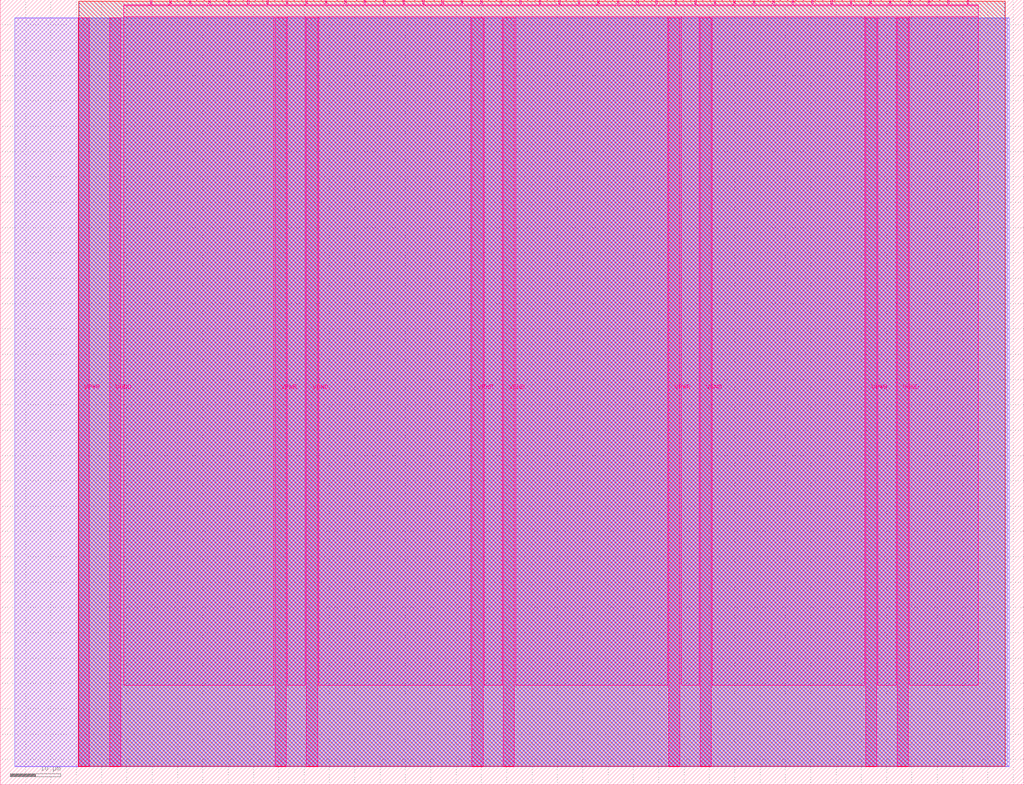
<source format=lef>
VERSION 5.7 ;
  NOWIREEXTENSIONATPIN ON ;
  DIVIDERCHAR "/" ;
  BUSBITCHARS "[]" ;
MACRO tt_um_vga_glyph_mode
  CLASS BLOCK ;
  FOREIGN tt_um_vga_glyph_mode ;
  ORIGIN 0.000 0.000 ;
  SIZE 202.080 BY 154.980 ;
  PIN VGND
    DIRECTION INOUT ;
    USE GROUND ;
    PORT
      LAYER Metal5 ;
        RECT 21.580 3.560 23.780 151.420 ;
    END
    PORT
      LAYER Metal5 ;
        RECT 60.450 3.560 62.650 151.420 ;
    END
    PORT
      LAYER Metal5 ;
        RECT 99.320 3.560 101.520 151.420 ;
    END
    PORT
      LAYER Metal5 ;
        RECT 138.190 3.560 140.390 151.420 ;
    END
    PORT
      LAYER Metal5 ;
        RECT 177.060 3.560 179.260 151.420 ;
    END
  END VGND
  PIN VPWR
    DIRECTION INOUT ;
    USE POWER ;
    PORT
      LAYER Metal5 ;
        RECT 15.380 3.560 17.580 151.420 ;
    END
    PORT
      LAYER Metal5 ;
        RECT 54.250 3.560 56.450 151.420 ;
    END
    PORT
      LAYER Metal5 ;
        RECT 93.120 3.560 95.320 151.420 ;
    END
    PORT
      LAYER Metal5 ;
        RECT 131.990 3.560 134.190 151.420 ;
    END
    PORT
      LAYER Metal5 ;
        RECT 170.860 3.560 173.060 151.420 ;
    END
  END VPWR
  PIN clk
    DIRECTION INPUT ;
    USE SIGNAL ;
    ANTENNAGATEAREA 0.213200 ;
    PORT
      LAYER Metal5 ;
        RECT 187.050 153.980 187.350 154.980 ;
    END
  END clk
  PIN ena
    DIRECTION INPUT ;
    USE SIGNAL ;
    PORT
      LAYER Metal5 ;
        RECT 190.890 153.980 191.190 154.980 ;
    END
  END ena
  PIN rst_n
    DIRECTION INPUT ;
    USE SIGNAL ;
    ANTENNAGATEAREA 0.314600 ;
    PORT
      LAYER Metal5 ;
        RECT 183.210 153.980 183.510 154.980 ;
    END
  END rst_n
  PIN ui_in[0]
    DIRECTION INPUT ;
    USE SIGNAL ;
    ANTENNAGATEAREA 0.180700 ;
    PORT
      LAYER Metal5 ;
        RECT 179.370 153.980 179.670 154.980 ;
    END
  END ui_in[0]
  PIN ui_in[1]
    DIRECTION INPUT ;
    USE SIGNAL ;
    ANTENNAGATEAREA 0.213200 ;
    PORT
      LAYER Metal5 ;
        RECT 175.530 153.980 175.830 154.980 ;
    END
  END ui_in[1]
  PIN ui_in[2]
    DIRECTION INPUT ;
    USE SIGNAL ;
    PORT
      LAYER Metal5 ;
        RECT 171.690 153.980 171.990 154.980 ;
    END
  END ui_in[2]
  PIN ui_in[3]
    DIRECTION INPUT ;
    USE SIGNAL ;
    PORT
      LAYER Metal5 ;
        RECT 167.850 153.980 168.150 154.980 ;
    END
  END ui_in[3]
  PIN ui_in[4]
    DIRECTION INPUT ;
    USE SIGNAL ;
    PORT
      LAYER Metal5 ;
        RECT 164.010 153.980 164.310 154.980 ;
    END
  END ui_in[4]
  PIN ui_in[5]
    DIRECTION INPUT ;
    USE SIGNAL ;
    PORT
      LAYER Metal5 ;
        RECT 160.170 153.980 160.470 154.980 ;
    END
  END ui_in[5]
  PIN ui_in[6]
    DIRECTION INPUT ;
    USE SIGNAL ;
    PORT
      LAYER Metal5 ;
        RECT 156.330 153.980 156.630 154.980 ;
    END
  END ui_in[6]
  PIN ui_in[7]
    DIRECTION INPUT ;
    USE SIGNAL ;
    PORT
      LAYER Metal5 ;
        RECT 152.490 153.980 152.790 154.980 ;
    END
  END ui_in[7]
  PIN uio_in[0]
    DIRECTION INPUT ;
    USE SIGNAL ;
    PORT
      LAYER Metal5 ;
        RECT 148.650 153.980 148.950 154.980 ;
    END
  END uio_in[0]
  PIN uio_in[1]
    DIRECTION INPUT ;
    USE SIGNAL ;
    PORT
      LAYER Metal5 ;
        RECT 144.810 153.980 145.110 154.980 ;
    END
  END uio_in[1]
  PIN uio_in[2]
    DIRECTION INPUT ;
    USE SIGNAL ;
    PORT
      LAYER Metal5 ;
        RECT 140.970 153.980 141.270 154.980 ;
    END
  END uio_in[2]
  PIN uio_in[3]
    DIRECTION INPUT ;
    USE SIGNAL ;
    PORT
      LAYER Metal5 ;
        RECT 137.130 153.980 137.430 154.980 ;
    END
  END uio_in[3]
  PIN uio_in[4]
    DIRECTION INPUT ;
    USE SIGNAL ;
    PORT
      LAYER Metal5 ;
        RECT 133.290 153.980 133.590 154.980 ;
    END
  END uio_in[4]
  PIN uio_in[5]
    DIRECTION INPUT ;
    USE SIGNAL ;
    PORT
      LAYER Metal5 ;
        RECT 129.450 153.980 129.750 154.980 ;
    END
  END uio_in[5]
  PIN uio_in[6]
    DIRECTION INPUT ;
    USE SIGNAL ;
    PORT
      LAYER Metal5 ;
        RECT 125.610 153.980 125.910 154.980 ;
    END
  END uio_in[6]
  PIN uio_in[7]
    DIRECTION INPUT ;
    USE SIGNAL ;
    PORT
      LAYER Metal5 ;
        RECT 121.770 153.980 122.070 154.980 ;
    END
  END uio_in[7]
  PIN uio_oe[0]
    DIRECTION OUTPUT ;
    USE SIGNAL ;
    ANTENNADIFFAREA 0.299200 ;
    PORT
      LAYER Metal5 ;
        RECT 56.490 153.980 56.790 154.980 ;
    END
  END uio_oe[0]
  PIN uio_oe[1]
    DIRECTION OUTPUT ;
    USE SIGNAL ;
    ANTENNADIFFAREA 0.299200 ;
    PORT
      LAYER Metal5 ;
        RECT 52.650 153.980 52.950 154.980 ;
    END
  END uio_oe[1]
  PIN uio_oe[2]
    DIRECTION OUTPUT ;
    USE SIGNAL ;
    ANTENNADIFFAREA 0.299200 ;
    PORT
      LAYER Metal5 ;
        RECT 48.810 153.980 49.110 154.980 ;
    END
  END uio_oe[2]
  PIN uio_oe[3]
    DIRECTION OUTPUT ;
    USE SIGNAL ;
    ANTENNADIFFAREA 0.299200 ;
    PORT
      LAYER Metal5 ;
        RECT 44.970 153.980 45.270 154.980 ;
    END
  END uio_oe[3]
  PIN uio_oe[4]
    DIRECTION OUTPUT ;
    USE SIGNAL ;
    ANTENNADIFFAREA 0.299200 ;
    PORT
      LAYER Metal5 ;
        RECT 41.130 153.980 41.430 154.980 ;
    END
  END uio_oe[4]
  PIN uio_oe[5]
    DIRECTION OUTPUT ;
    USE SIGNAL ;
    ANTENNADIFFAREA 0.299200 ;
    PORT
      LAYER Metal5 ;
        RECT 37.290 153.980 37.590 154.980 ;
    END
  END uio_oe[5]
  PIN uio_oe[6]
    DIRECTION OUTPUT ;
    USE SIGNAL ;
    ANTENNADIFFAREA 0.299200 ;
    PORT
      LAYER Metal5 ;
        RECT 33.450 153.980 33.750 154.980 ;
    END
  END uio_oe[6]
  PIN uio_oe[7]
    DIRECTION OUTPUT ;
    USE SIGNAL ;
    ANTENNADIFFAREA 0.299200 ;
    PORT
      LAYER Metal5 ;
        RECT 29.610 153.980 29.910 154.980 ;
    END
  END uio_oe[7]
  PIN uio_out[0]
    DIRECTION OUTPUT ;
    USE SIGNAL ;
    ANTENNADIFFAREA 0.299200 ;
    PORT
      LAYER Metal5 ;
        RECT 87.210 153.980 87.510 154.980 ;
    END
  END uio_out[0]
  PIN uio_out[1]
    DIRECTION OUTPUT ;
    USE SIGNAL ;
    ANTENNADIFFAREA 0.299200 ;
    PORT
      LAYER Metal5 ;
        RECT 83.370 153.980 83.670 154.980 ;
    END
  END uio_out[1]
  PIN uio_out[2]
    DIRECTION OUTPUT ;
    USE SIGNAL ;
    ANTENNADIFFAREA 0.299200 ;
    PORT
      LAYER Metal5 ;
        RECT 79.530 153.980 79.830 154.980 ;
    END
  END uio_out[2]
  PIN uio_out[3]
    DIRECTION OUTPUT ;
    USE SIGNAL ;
    ANTENNADIFFAREA 0.299200 ;
    PORT
      LAYER Metal5 ;
        RECT 75.690 153.980 75.990 154.980 ;
    END
  END uio_out[3]
  PIN uio_out[4]
    DIRECTION OUTPUT ;
    USE SIGNAL ;
    ANTENNADIFFAREA 0.299200 ;
    PORT
      LAYER Metal5 ;
        RECT 71.850 153.980 72.150 154.980 ;
    END
  END uio_out[4]
  PIN uio_out[5]
    DIRECTION OUTPUT ;
    USE SIGNAL ;
    ANTENNADIFFAREA 0.299200 ;
    PORT
      LAYER Metal5 ;
        RECT 68.010 153.980 68.310 154.980 ;
    END
  END uio_out[5]
  PIN uio_out[6]
    DIRECTION OUTPUT ;
    USE SIGNAL ;
    ANTENNADIFFAREA 0.299200 ;
    PORT
      LAYER Metal5 ;
        RECT 64.170 153.980 64.470 154.980 ;
    END
  END uio_out[6]
  PIN uio_out[7]
    DIRECTION OUTPUT ;
    USE SIGNAL ;
    ANTENNADIFFAREA 0.299200 ;
    PORT
      LAYER Metal5 ;
        RECT 60.330 153.980 60.630 154.980 ;
    END
  END uio_out[7]
  PIN uo_out[0]
    DIRECTION OUTPUT ;
    USE SIGNAL ;
    ANTENNADIFFAREA 1.269200 ;
    PORT
      LAYER Metal5 ;
        RECT 117.930 153.980 118.230 154.980 ;
    END
  END uo_out[0]
  PIN uo_out[1]
    DIRECTION OUTPUT ;
    USE SIGNAL ;
    ANTENNADIFFAREA 1.550400 ;
    PORT
      LAYER Metal5 ;
        RECT 114.090 153.980 114.390 154.980 ;
    END
  END uo_out[1]
  PIN uo_out[2]
    DIRECTION OUTPUT ;
    USE SIGNAL ;
    ANTENNADIFFAREA 1.550400 ;
    PORT
      LAYER Metal5 ;
        RECT 110.250 153.980 110.550 154.980 ;
    END
  END uo_out[2]
  PIN uo_out[3]
    DIRECTION OUTPUT ;
    USE SIGNAL ;
    ANTENNADIFFAREA 0.654800 ;
    PORT
      LAYER Metal5 ;
        RECT 106.410 153.980 106.710 154.980 ;
    END
  END uo_out[3]
  PIN uo_out[4]
    DIRECTION OUTPUT ;
    USE SIGNAL ;
    ANTENNADIFFAREA 1.269200 ;
    PORT
      LAYER Metal5 ;
        RECT 102.570 153.980 102.870 154.980 ;
    END
  END uo_out[4]
  PIN uo_out[5]
    DIRECTION OUTPUT ;
    USE SIGNAL ;
    ANTENNADIFFAREA 1.269200 ;
    PORT
      LAYER Metal5 ;
        RECT 98.730 153.980 99.030 154.980 ;
    END
  END uo_out[5]
  PIN uo_out[6]
    DIRECTION OUTPUT ;
    USE SIGNAL ;
    ANTENNADIFFAREA 1.550400 ;
    PORT
      LAYER Metal5 ;
        RECT 94.890 153.980 95.190 154.980 ;
    END
  END uo_out[6]
  PIN uo_out[7]
    DIRECTION OUTPUT ;
    USE SIGNAL ;
    ANTENNADIFFAREA 0.654800 ;
    PORT
      LAYER Metal5 ;
        RECT 91.050 153.980 91.350 154.980 ;
    END
  END uo_out[7]
  OBS
      LAYER GatPoly ;
        RECT 2.880 3.630 199.200 151.350 ;
      LAYER Metal1 ;
        RECT 2.880 3.560 199.200 151.420 ;
      LAYER Metal2 ;
        RECT 15.515 3.680 198.770 151.300 ;
      LAYER Metal3 ;
        RECT 15.560 3.635 198.340 154.705 ;
      LAYER Metal4 ;
        RECT 15.515 3.680 198.385 154.660 ;
      LAYER Metal5 ;
        RECT 24.380 153.770 29.400 153.980 ;
        RECT 30.120 153.770 33.240 153.980 ;
        RECT 33.960 153.770 37.080 153.980 ;
        RECT 37.800 153.770 40.920 153.980 ;
        RECT 41.640 153.770 44.760 153.980 ;
        RECT 45.480 153.770 48.600 153.980 ;
        RECT 49.320 153.770 52.440 153.980 ;
        RECT 53.160 153.770 56.280 153.980 ;
        RECT 57.000 153.770 60.120 153.980 ;
        RECT 60.840 153.770 63.960 153.980 ;
        RECT 64.680 153.770 67.800 153.980 ;
        RECT 68.520 153.770 71.640 153.980 ;
        RECT 72.360 153.770 75.480 153.980 ;
        RECT 76.200 153.770 79.320 153.980 ;
        RECT 80.040 153.770 83.160 153.980 ;
        RECT 83.880 153.770 87.000 153.980 ;
        RECT 87.720 153.770 90.840 153.980 ;
        RECT 91.560 153.770 94.680 153.980 ;
        RECT 95.400 153.770 98.520 153.980 ;
        RECT 99.240 153.770 102.360 153.980 ;
        RECT 103.080 153.770 106.200 153.980 ;
        RECT 106.920 153.770 110.040 153.980 ;
        RECT 110.760 153.770 113.880 153.980 ;
        RECT 114.600 153.770 117.720 153.980 ;
        RECT 118.440 153.770 121.560 153.980 ;
        RECT 122.280 153.770 125.400 153.980 ;
        RECT 126.120 153.770 129.240 153.980 ;
        RECT 129.960 153.770 133.080 153.980 ;
        RECT 133.800 153.770 136.920 153.980 ;
        RECT 137.640 153.770 140.760 153.980 ;
        RECT 141.480 153.770 144.600 153.980 ;
        RECT 145.320 153.770 148.440 153.980 ;
        RECT 149.160 153.770 152.280 153.980 ;
        RECT 153.000 153.770 156.120 153.980 ;
        RECT 156.840 153.770 159.960 153.980 ;
        RECT 160.680 153.770 163.800 153.980 ;
        RECT 164.520 153.770 167.640 153.980 ;
        RECT 168.360 153.770 171.480 153.980 ;
        RECT 172.200 153.770 175.320 153.980 ;
        RECT 176.040 153.770 179.160 153.980 ;
        RECT 179.880 153.770 183.000 153.980 ;
        RECT 183.720 153.770 186.840 153.980 ;
        RECT 187.560 153.770 190.680 153.980 ;
        RECT 191.400 153.770 193.060 153.980 ;
        RECT 24.380 151.630 193.060 153.770 ;
        RECT 24.380 19.595 54.040 151.630 ;
        RECT 56.660 19.595 60.240 151.630 ;
        RECT 62.860 19.595 92.910 151.630 ;
        RECT 95.530 19.595 99.110 151.630 ;
        RECT 101.730 19.595 131.780 151.630 ;
        RECT 134.400 19.595 137.980 151.630 ;
        RECT 140.600 19.595 170.650 151.630 ;
        RECT 173.270 19.595 176.850 151.630 ;
        RECT 179.470 19.595 193.060 151.630 ;
  END
END tt_um_vga_glyph_mode
END LIBRARY


</source>
